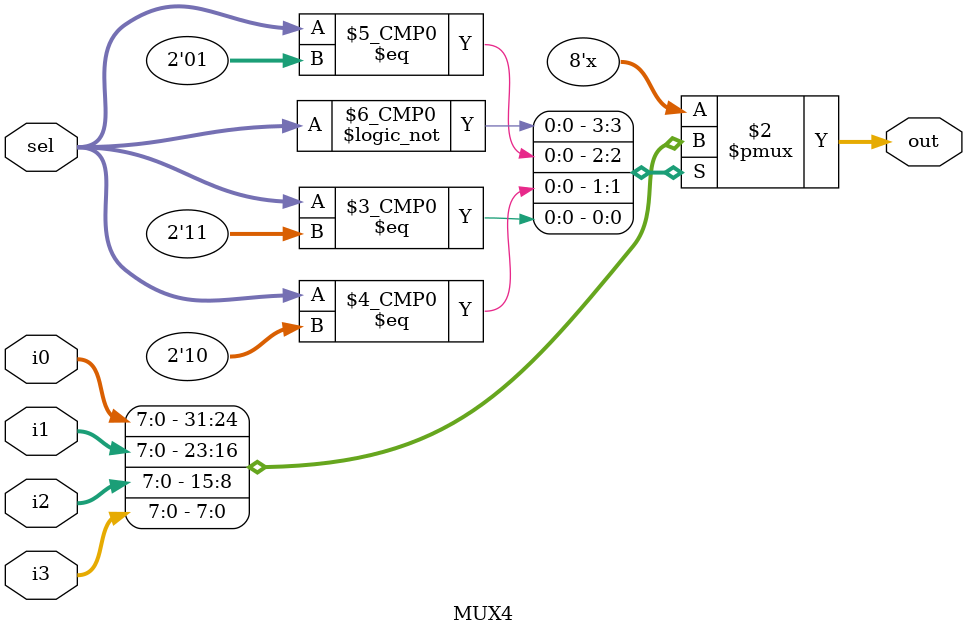
<source format=v>
module MUX4(input [7:0] i0, i1, i2, i3, input [1:0] sel, output reg [7:0] out);

always @ (*)	
	case(sel)
		2'b00 : out = i0;
		2'b01 : out = i1;
		2'b10 : out = i2;
		2'b11 : out = i3;
		default : out = 0;
	endcase		
endmodule
</source>
